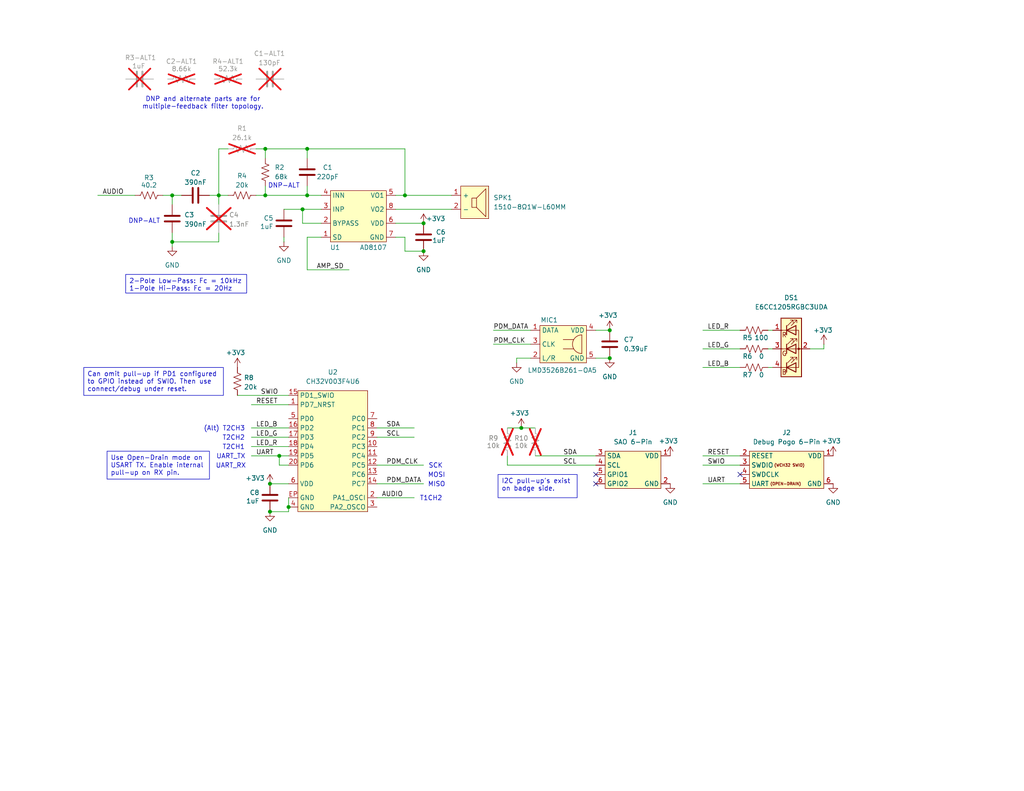
<source format=kicad_sch>
(kicad_sch (version 20250114) (generator "eeschema") (generator_version "9.0")
  (paper "USLetter")
  (title_block (title "Noisy Cricket SAO 2026") (date "2026-02-15"))
  (lib_symbols
    (symbol "Device:C" (pin_numbers (hide yes)) (pin_names (offset 0.254))
      (property "Reference" "C" (at 0.635 2.54 0))
      (property "Value" "C" (at 0.635 -2.54 0))
      (symbol "C_0_1"
        (polyline (pts (xy -2.032 0.762) (xy 2.032 0.762)) (stroke (width 0.508)))
        (polyline (pts (xy -2.032 -0.762) (xy 2.032 -0.762)) (stroke (width 0.508)))
      )
      (symbol "C_1_1"
        (pin passive line (at 0 3.81 270) (length 2.794) (name "~") (number "1"))
        (pin passive line (at 0 -3.81 90) (length 2.794) (name "~") (number "2"))
      )
    )
    (symbol "Device:R_US" (pin_numbers (hide yes)) (pin_names (offset 0))
      (property "Reference" "R" (at 2.54 0 90))
      (property "Value" "R_US" (at -2.54 0 90))
      (symbol "R_US_0_1"
        (polyline (pts (xy 0 2.286) (xy 0 2.54)))
        (polyline (pts (xy 0 2.286) (xy 1.016 1.905) (xy 0 1.524) (xy -1.016 1.143) (xy 0 0.762)))
        (polyline (pts (xy 0 0.762) (xy 1.016 0.381) (xy 0 0) (xy -1.016 -0.381) (xy 0 -0.762)))
        (polyline (pts (xy 0 -0.762) (xy 1.016 -1.143) (xy 0 -1.524) (xy -1.016 -1.905) (xy 0 -2.286)))
        (polyline (pts (xy 0 -2.286) (xy 0 -2.54)))
      )
      (symbol "R_US_1_1"
        (pin passive line (at 0 3.81 270) (length 1.27) (name "~") (number "1"))
        (pin passive line (at 0 -3.81 90) (length 1.27) (name "~") (number "2"))
      )
    )
    (symbol "noisy_cricket_sao:1510-8Ω1W-L60MM"
      (property "Reference" "SPK" (at -2.032 4.826 0))
      (property "Value" "1510-8Ω1W-L60MM" (at 1.016 -6.604 0))
      (symbol "1510-8Ω1W-L60MM_0_1"
        (polyline (pts (xy 0.4785 0.5244) (xy 3.0185 3.0644) (xy 3.0185 -4.5556) (xy 0.4785 -2.0156)))
        (polyline (pts (xy 0.4785 0.5244) (xy -0.7915 0.5244) (xy -0.7915 -2.0156) (xy 0.4785 -2.0156) (xy 0.4785 0.5244)))
      )
      (symbol "1510-8Ω1W-L60MM_1_1"
        (rectangle (start -3.81 3.81) (end 3.81 -5.08) (fill (type color) (color 255 255 194 1)))
        (pin input line (at -6.35 1.27 0) (length 2.54) (name "+") (number "1"))
        (pin input line (at -6.35 -2.54 0) (length 2.54) (name "-") (number "2"))
      )
    )
    (symbol "noisy_cricket_sao:AD8107"
      (property "Reference" "U" (at 5.588 7.366 0))
      (property "Value" "AD8107" (at -3.81 7.366 0))
      (symbol "AD8107_1_1"
        (rectangle (start -7.62 6.35) (end 7.62 -7.62) (fill (type color) (color 255 255 194 1)))
        (pin input line (at -10.16 5.08 0) (length 2.54) (name "INN") (number "4"))
        (pin passive line (at -10.16 1.27 0) (length 2.54) (name "INP") (number "3"))
        (pin passive line (at -10.16 -2.54 0) (length 2.54) (name "BYPASS") (number "2"))
        (pin input line (at -10.16 -6.35 0) (length 2.54) (name "SD") (number "1"))
        (pin output line (at 10.16 5.08 180) (length 2.54) (name "VO1") (number "5"))
        (pin output line (at 10.16 1.27 180) (length 2.54) (name "VO2") (number "8"))
        (pin power_in line (at 10.16 -2.54 180) (length 2.54) (name "VDD") (number "6"))
        (pin power_in line (at 10.16 -6.35 180) (length 2.54) (name "GND") (number "7"))
      )
    )
    (symbol "noisy_cricket_sao:CH32V003F4U6"
      (property "Reference" "U" (at -9.144 16.256 0))
      (property "Value" "CH32V003F4U6" (at -0.508 -19.304 0))
      (symbol "CH32V003F4U6_1_1"
        (rectangle (start -10.16 15.24) (end 8.89 -17.78) (fill (type color) (color 255 255 194 1)))
        (pin passive line (at -12.7 13.97 0) (length 2.54) (name "PD1_SWIO") (number "15"))
        (pin passive line (at -12.7 11.43 0) (length 2.54) (name "PD7_NRST") (number "1"))
        (pin passive line (at -12.7 7.62 0) (length 2.54) (name "PD0") (number "5"))
        (pin passive line (at -12.7 5.08 0) (length 2.54) (name "PD2") (number "16"))
        (pin passive line (at -12.7 2.54 0) (length 2.54) (name "PD3") (number "17"))
        (pin passive line (at -12.7 0 0) (length 2.54) (name "PD4") (number "18"))
        (pin passive line (at -12.7 -2.54 0) (length 2.54) (name "PD5") (number "19"))
        (pin passive line (at -12.7 -5.08 0) (length 2.54) (name "PD6") (number "20"))
        (pin power_in line (at -12.7 -10.16 0) (length 2.54) (name "VDD") (number "6"))
        (pin power_in line (at -12.7 -13.97 0) (length 2.54) (name "GND") (number "EP"))
        (pin power_in line (at -12.7 -16.51 0) (length 2.54) (name "GND") (number "4"))
        (pin passive line (at 11.43 7.62 180) (length 2.54) (name "PC0") (number "7"))
        (pin passive line (at 11.43 5.08 180) (length 2.54) (name "PC1") (number "8"))
        (pin passive line (at 11.43 2.54 180) (length 2.54) (name "PC2") (number "9"))
        (pin passive line (at 11.43 0 180) (length 2.54) (name "PC3") (number "10"))
        (pin passive line (at 11.43 -2.54 180) (length 2.54) (name "PC4") (number "11"))
        (pin passive line (at 11.43 -5.08 180) (length 2.54) (name "PC5") (number "12"))
        (pin passive line (at 11.43 -7.62 180) (length 2.54) (name "PC6") (number "13"))
        (pin passive line (at 11.43 -10.16 180) (length 2.54) (name "PC7") (number "14"))
        (pin passive line (at 11.43 -13.97 180) (length 2.54) (name "PA1_OSCI") (number "2"))
        (pin passive line (at 11.43 -16.51 180) (length 2.54) (name "PA2_OSCO") (number "3"))
      )
    )
    (symbol "noisy_cricket_sao:Debug Pogo 6-Pin"
      (property "Reference" "J" (at -9.144 6.096 0))
      (property "Value" "Debug Pogo 6-Pin" (at 0 -6.35 0))
      (symbol "Debug Pogo 6-Pin_1_1"
        (rectangle (start -10.16 5.08) (end 10.16 -5.08) (fill (type color) (color 255 255 194 1)))
        (text "(OPEN-DRAIN)" (at -0.254 -3.81 0) (effects (font (size 0.762 0.762))))
        (text "(WCH32 SWIO)" (at 0.762 1.27 0) (effects (font (size 0.762 0.762))))
        (pin passive line (at -12.7 3.81 0) (length 2.54) (name "RESET") (number "2"))
        (pin passive line (at -12.7 1.27 0) (length 2.54) (name "SWDIO") (number "3"))
        (pin passive line (at -12.7 -1.27 0) (length 2.54) (name "SWDCLK") (number "4"))
        (pin passive line (at -12.7 -3.81 0) (length 2.54) (name "UART") (number "5"))
        (pin power_in line (at 12.7 3.81 180) (length 2.54) (name "VDD") (number "1"))
        (pin power_in line (at 12.7 -3.81 180) (length 2.54) (name "GND") (number "6"))
      )
    )
    (symbol "noisy_cricket_sao:E6CC1205RGBC3UDA" (pin_names (hide yes))
      (property "Reference" "DS" (at -0.254 9.652 0))
      (property "Value" "E6CC1205RGBC3UDA" (at 0 -9.398 0))
      (symbol "E6CC1205RGBC3UDA_0_0"
        (text "R" (at -1.905 3.81 0) (effects (font (size 1.27 1.27))))
        (text "G" (at -1.905 -1.27 0) (effects (font (size 1.27 1.27))))
        (text "B" (at -1.905 -6.35 0) (effects (font (size 1.27 1.27))))
      )
      (symbol "E6CC1205RGBC3UDA_0_1"
        (rectangle (start -2.794 8.382) (end 2.794 -7.62) (stroke (width 0.254)) (fill (type background)))
        (polyline (pts (xy -2.54 -5.08) (xy 1.27 -5.08)))
        (polyline (pts (xy -1.27 6.35) (xy -1.27 3.81)) (stroke (width 0.254)))
        (polyline (pts (xy -1.27 1.27) (xy -1.27 -1.27)) (stroke (width 0.254)))
        (polyline (pts (xy -1.27 -3.81) (xy -1.27 -6.35)) (stroke (width 0.254)))
        (polyline (pts (xy -1.016 6.35) (xy 0.508 7.874) (xy -0.254 7.874) (xy 0.508 7.874) (xy 0.508 7.112)))
        (polyline (pts (xy -1.016 1.27) (xy 0.508 2.794) (xy -0.254 2.794) (xy 0.508 2.794) (xy 0.508 2.032)))
        (polyline (pts (xy -1.016 -3.81) (xy 0.508 -2.286) (xy -0.254 -2.286) (xy 0.508 -2.286) (xy 0.508 -3.048)))
        (polyline (pts (xy 0 6.35) (xy 1.524 7.874) (xy 0.762 7.874) (xy 1.524 7.874) (xy 1.524 7.112)))
        (polyline (pts (xy 0 1.27) (xy 1.524 2.794) (xy 0.762 2.794) (xy 1.524 2.794) (xy 1.524 2.032)))
        (polyline (pts (xy 0 -3.81) (xy 1.524 -2.286) (xy 0.762 -2.286) (xy 1.524 -2.286) (xy 1.524 -3.048)))
        (polyline (pts (xy 1.27 6.35) (xy 1.27 3.81) (xy -1.27 5.08) (xy 1.27 6.35)) (stroke (width 0.254)))
        (rectangle (start 1.27 6.35) (end 1.27 6.35))
        (polyline (pts (xy 1.27 5.08) (xy -2.54 5.08)))
        (polyline (pts (xy 1.27 1.27) (xy 1.27 -1.27) (xy -1.27 0) (xy 1.27 1.27)) (stroke (width 0.254)))
        (polyline (pts (xy 1.27 -3.81) (xy 1.27 -6.35) (xy -1.27 -5.08) (xy 1.27 -3.81)) (stroke (width 0.254)))
        (polyline (pts (xy 1.27 -5.08) (xy 2.032 -5.08) (xy 2.032 5.08) (xy 1.27 5.08)))
        (circle (center 2.032 0) (radius 0.254) (fill (type outline)))
        (polyline (pts (xy 2.54 0) (xy -2.54 0)))
      )
      (symbol "E6CC1205RGBC3UDA_1_1"
        (pin passive line (at -5.08 5.08 0) (length 2.54) (name "RK") (number "1"))
        (pin passive line (at -5.08 0 0) (length 2.54) (name "GK") (number "3"))
        (pin passive line (at -5.08 -5.08 0) (length 2.54) (name "BK") (number "4"))
        (pin passive line (at 5.08 0 180) (length 2.54) (name "A") (number "2"))
      )
    )
    (symbol "noisy_cricket_sao:LMD3526B261-OA5"
      (property "Reference" "MIC" (at 0.254 8.89 0))
      (property "Value" "LMD3526B261-OA5" (at 0.254 6.858 0))
      (symbol "LMD3526B261-OA5_0_1"
        (polyline (pts (xy 2.8727 1.2705) (xy 0 1.27)))
        (polyline (pts (xy 2.8727 -1.2699) (xy 0 -1.27)))
        (arc (start 5.08 -2.54) (mid 2.54 0) (end 5.08 2.54))
        (polyline (pts (xy 5.08 -2.54) (xy 5.08 2.54)))
      )
      (symbol "LMD3526B261-OA5_1_1"
        (rectangle (start -6.35 5.08) (end 6.35 -5.08) (fill (type color) (color 255 255 194 1)))
        (pin passive line (at -8.89 3.81 0) (length 2.54) (name "DATA") (number "1"))
        (pin input line (at -8.89 0 0) (length 2.54) (name "CLK") (number "3"))
        (pin input line (at -8.89 -3.81 0) (length 2.54) (name "L/R") (number "2"))
        (pin power_in line (at 8.89 3.81 180) (length 2.54) (name "VDD") (number "4"))
        (pin power_in line (at 8.89 -3.81 180) (length 2.54) (name "GND") (number "5"))
      )
    )
    (symbol "noisy_cricket_sao:SAO_6-Pin"
      (property "Reference" "J" (at 0.762 -1.524 0))
      (property "Value" "SAO 6-Pin" (at 5.334 -13.97 0))
      (symbol "SAO_6-Pin_1_1"
        (rectangle (start 0 -2.54) (end 15.24 -12.7) (fill (type color) (color 255 255 194 1)))
        (pin passive line (at -2.54 -3.81 0) (length 2.54) (name "SDA") (number "3"))
        (pin passive line (at -2.54 -6.35 0) (length 2.54) (name "SCL") (number "4"))
        (pin passive line (at -2.54 -8.89 0) (length 2.54) (name "GPIO1") (number "5"))
        (pin passive line (at -2.54 -11.43 0) (length 2.54) (name "GPIO2") (number "6"))
        (pin power_out line (at 17.78 -3.81 180) (length 2.54) (name "VDD") (number "1"))
        (pin power_out line (at 17.78 -11.43 180) (length 2.54) (name "GND") (number "2"))
      )
    )
    (symbol "power:+3V3" (power) (pin_numbers (hide yes)) (pin_names (offset 0) (hide yes))
      (property "Value" "+3V3" (at 0 3.556 0))
      (symbol "+3V3_0_1"
        (polyline (pts (xy -0.762 1.27) (xy 0 2.54)))
        (polyline (pts (xy 0 2.54) (xy 0.762 1.27)))
        (polyline (pts (xy 0 0) (xy 0 2.54)))
      )
      (symbol "+3V3_1_1"
        (pin power_in line (at 0 0 90) (length 0) (name "~") (number "1"))
      )
    )
    (symbol "power:GND" (power) (pin_numbers (hide yes)) (pin_names (offset 0) (hide yes))
      (property "Value" "GND" (at 0 -3.81 0))
      (symbol "GND_0_1"
        (polyline (pts (xy 0 0) (xy 0 -1.27) (xy 1.27 -1.27) (xy 0 -2.54) (xy -1.27 -1.27) (xy 0 -1.27)))
      )
      (symbol "GND_1_1"
        (pin power_in line (at 0 0 270) (length 0) (name "~") (number "1"))
      )
    )
  )
  (text "T2CH2" (at 63.754 119.634 0) (effects (font (size 1.27 1.27))))
  (text "MOSI" (at 119.126 129.794 0) (effects (font (size 1.27 1.27))))
  (text "DNP and alternate parts are for\nmultiple-feedback filter topology." (at 55.372 28.194 0) (effects (font (size 1.27 1.27))))
  (text "T2CH1" (at 63.754 122.174 0) (effects (font (size 1.27 1.27))))
  (text "MISO" (at 119.126 132.334 0) (effects (font (size 1.27 1.27))))
  (text "DNP-ALT" (at 77.47 50.8 0) (effects (font (size 1.27 1.27))))
  (text "(Alt) T2CH3" (at 61.214 117.094 0) (effects (font (size 1.27 1.27))))
  (text "UART_RX" (at 62.992 127.254 0) (effects (font (size 1.27 1.27))))
  (text "UART_TX" (at 62.992 124.714 0) (effects (font (size 1.27 1.27))))
  (text "T1CH2" (at 117.602 136.144 0) (effects (font (size 1.27 1.27))))
  (text "SCK" (at 118.872 127.254 0) (effects (font (size 1.27 1.27))))
  (text "DNP-ALT" (at 39.37 60.452 0) (effects (font (size 1.27 1.27))))
  (text_box "2-Pole Low-Pass: Fc = 10kHz\n1-Pole Hi-Pass: Fc = 20Hz" (at 34.29 74.93 0) (size 33.02 5.08) (margins 0.9525 0.9525 0.9525 0.9525) (effects (font (size 1.27 1.27)) (justify left top)))
  (text_box "I2C pull-up's exist\non badge side." (at 135.89 129.54 0) (size 21.59 6.35) (margins 0.9525 0.9525 0.9525 0.9525) (effects (font (size 1.27 1.27)) (justify left top)))
  (text_box "Use Open-Drain mode on\nUSART TX. Enable internal\npull-up on RX pin." (at 29.21 123.19 0) (size 27.94 7.62) (margins 0.9525 0.9525 0.9525 0.9525) (effects (font (size 1.27 1.27)) (justify left top)))
  (text_box "Can omit pull-up if PD1 configured\nto GPIO instead of SWIO. Then use\nconnect/debug under reset." (at 22.86 100.33 0) (size 38.1 7.62) (margins 0.9525 0.9525 0.9525 0.9525) (effects (font (size 1.27 1.27)) (justify left top)))
  (junction (at 166.37 97.79))
  (junction (at 76.2 124.46))
  (junction (at 73.66 132.08))
  (junction (at 115.57 60.96))
  (junction (at 83.82 53.34))
  (junction (at 72.39 40.64))
  (junction (at 46.99 66.04))
  (junction (at 46.99 53.34))
  (junction (at 166.37 90.17))
  (junction (at 72.39 53.34))
  (junction (at 82.55 57.15))
  (junction (at 59.69 53.34))
  (junction (at 110.49 53.34))
  (junction (at 115.57 68.58))
  (junction (at 73.66 139.7))
  (junction (at 142.24 116.84))
  (junction (at 78.74 138.43))
  (junction (at 83.82 40.64))
  (no_connect (at 162.56 132.08))
  (no_connect (at 162.56 129.54))
  (no_connect (at 201.93 129.54))
  (wire (pts (xy 46.99 63.5) (xy 46.99 66.04)))
  (wire (pts (xy 59.69 53.34) (xy 59.69 40.64)))
  (wire (pts (xy 110.49 64.77) (xy 110.49 68.58)))
  (wire (pts (xy 209.55 100.33) (xy 210.82 100.33)))
  (wire (pts (xy 191.77 127) (xy 201.93 127)))
  (wire (pts (xy 83.82 40.64) (xy 83.82 43.18)))
  (wire (pts (xy 77.47 57.15) (xy 82.55 57.15)))
  (wire (pts (xy 110.49 68.58) (xy 115.57 68.58)))
  (wire (pts (xy 78.74 135.89) (xy 78.74 138.43)))
  (wire (pts (xy 46.99 53.34) (xy 49.53 53.34)))
  (wire (pts (xy 57.15 53.34) (xy 59.69 53.34)))
  (wire (pts (xy 102.87 119.38) (xy 113.03 119.38)))
  (wire (pts (xy 72.39 53.34) (xy 83.82 53.34)))
  (wire (pts (xy 46.99 67.31) (xy 46.99 66.04)))
  (wire (pts (xy 64.77 107.95) (xy 78.74 107.95)))
  (wire (pts (xy 209.55 90.17) (xy 210.82 90.17)))
  (wire (pts (xy 76.2 124.46) (xy 78.74 124.46)))
  (wire (pts (xy 102.87 116.84) (xy 113.03 116.84)))
  (wire (pts (xy 59.69 66.04) (xy 59.69 63.5)))
  (wire (pts (xy 102.87 127) (xy 115.57 127)))
  (wire (pts (xy 134.62 90.17) (xy 144.78 90.17)))
  (wire (pts (xy 162.56 97.79) (xy 166.37 97.79)))
  (wire (pts (xy 59.69 53.34) (xy 59.69 55.88)))
  (wire (pts (xy 72.39 50.8) (xy 72.39 53.34)))
  (wire (pts (xy 107.95 53.34) (xy 110.49 53.34)))
  (wire (pts (xy 68.58 110.49) (xy 78.74 110.49)))
  (wire (pts (xy 68.58 116.84) (xy 78.74 116.84)))
  (wire (pts (xy 73.66 139.7) (xy 78.74 139.7)))
  (wire (pts (xy 224.79 93.98) (xy 224.79 95.25)))
  (wire (pts (xy 209.55 95.25) (xy 210.82 95.25)))
  (wire (pts (xy 72.39 40.64) (xy 72.39 43.18)))
  (wire (pts (xy 46.99 66.04) (xy 59.69 66.04)))
  (wire (pts (xy 144.78 97.79) (xy 140.97 97.79)))
  (wire (pts (xy 138.43 116.84) (xy 142.24 116.84)))
  (wire (pts (xy 83.82 73.66) (xy 83.82 64.77)))
  (wire (pts (xy 82.55 57.15) (xy 82.55 60.96)))
  (wire (pts (xy 110.49 40.64) (xy 110.49 53.34)))
  (wire (pts (xy 83.82 53.34) (xy 87.63 53.34)))
  (wire (pts (xy 68.58 119.38) (xy 78.74 119.38)))
  (wire (pts (xy 69.85 53.34) (xy 72.39 53.34)))
  (wire (pts (xy 69.85 40.64) (xy 72.39 40.64)))
  (wire (pts (xy 83.82 73.66) (xy 95.25 73.66)))
  (wire (pts (xy 59.69 53.34) (xy 62.23 53.34)))
  (wire (pts (xy 191.77 100.33) (xy 201.93 100.33)))
  (wire (pts (xy 191.77 95.25) (xy 201.93 95.25)))
  (wire (pts (xy 46.99 53.34) (xy 46.99 55.88)))
  (wire (pts (xy 191.77 132.08) (xy 201.93 132.08)))
  (wire (pts (xy 26.67 53.34) (xy 36.83 53.34)))
  (wire (pts (xy 107.95 64.77) (xy 110.49 64.77)))
  (wire (pts (xy 68.58 121.92) (xy 78.74 121.92)))
  (wire (pts (xy 68.58 124.46) (xy 76.2 124.46)))
  (wire (pts (xy 191.77 90.17) (xy 201.93 90.17)))
  (wire (pts (xy 73.66 132.08) (xy 78.74 132.08)))
  (wire (pts (xy 78.74 139.7) (xy 78.74 138.43)))
  (wire (pts (xy 78.74 127) (xy 76.2 127)))
  (wire (pts (xy 44.45 53.34) (xy 46.99 53.34)))
  (wire (pts (xy 77.47 64.77) (xy 77.47 66.04)))
  (wire (pts (xy 162.56 90.17) (xy 166.37 90.17)))
  (wire (pts (xy 59.69 40.64) (xy 62.23 40.64)))
  (wire (pts (xy 102.87 132.08) (xy 115.57 132.08)))
  (wire (pts (xy 83.82 50.8) (xy 83.82 53.34)))
  (wire (pts (xy 87.63 57.15) (xy 82.55 57.15)))
  (wire (pts (xy 142.24 116.84) (xy 146.05 116.84)))
  (wire (pts (xy 82.55 60.96) (xy 87.63 60.96)))
  (wire (pts (xy 140.97 97.79) (xy 140.97 99.06)))
  (wire (pts (xy 134.62 93.98) (xy 144.78 93.98)))
  (wire (pts (xy 107.95 57.15) (xy 123.19 57.15)))
  (wire (pts (xy 138.43 127) (xy 162.56 127)))
  (wire (pts (xy 102.87 135.89) (xy 113.03 135.89)))
  (wire (pts (xy 107.95 60.96) (xy 115.57 60.96)))
  (wire (pts (xy 76.2 127) (xy 76.2 124.46)))
  (wire (pts (xy 83.82 64.77) (xy 87.63 64.77)))
  (wire (pts (xy 138.43 127) (xy 138.43 124.46)))
  (wire (pts (xy 72.39 40.64) (xy 83.82 40.64)))
  (wire (pts (xy 224.79 95.25) (xy 220.98 95.25)))
  (wire (pts (xy 191.77 124.46) (xy 201.93 124.46)))
  (wire (pts (xy 110.49 53.34) (xy 123.19 53.34)))
  (wire (pts (xy 146.05 124.46) (xy 162.56 124.46)))
  (wire (pts (xy 83.82 40.64) (xy 110.49 40.64)))
  (label "SCL" (at 105.41 119.38 0))
  (label "SDA" (at 105.41 116.84 0))
  (label "PDM_DATA" (at 134.62 90.17 0))
  (label "SWIO" (at 71.12 107.95 0))
  (label "LED_G" (at 69.85 119.38 0))
  (label "LED_B" (at 193.04 100.33 0))
  (label "LED_B" (at 69.85 116.84 0))
  (label "SWIO" (at 193.04 127 0))
  (label "AUDIO" (at 27.94 53.34 0))
  (label "AUDIO" (at 104.14 135.89 0))
  (label "RESET" (at 69.85 110.49 0))
  (label "LED_R" (at 69.85 121.92 0))
  (label "RESET" (at 193.04 124.46 0))
  (label "SDA" (at 153.67 124.46 0))
  (label "PDM_CLK" (at 105.41 127 0))
  (label "SCL" (at 153.67 127 0))
  (label "LED_G" (at 193.04 95.25 0))
  (label "LED_R" (at 193.04 90.17 0))
  (label "UART" (at 193.04 132.08 0))
  (label "PDM_CLK" (at 134.62 93.98 0))
  (label "AMP_SD" (at 86.36 73.66 0))
  (label "UART" (at 69.85 124.46 0))
  (label "PDM_DATA" (at 105.41 132.08 0))
  (symbol (lib_id "Device:R_US") (at 205.74 100.33 90) (unit 1)
    (property "Reference" "R7" (at 203.962 102.362 90))
    (property "Value" "0" (at 207.772 102.362 90))
    (property "Footprint" "Resistor_SMD:R_0402_1005Metric" (effects (hide yes)))
    (property "Description" "Resistor, US symbol" (effects (hide yes)))
  )
  (symbol (lib_id "power:GND") (at 77.47 66.04 0) (unit 1)
    (property "Reference" "#PWR02" (effects (hide yes)))
    (property "Value" "GND" (at 77.47 71.12 0))
    (property "Description" "Power symbol creates a global label with name \"GND\" , ground" (effects (hide yes)))
  )
  (symbol (lib_id "power:GND") (at 73.66 139.7 0) (unit 1)
    (property "Reference" "#PWR016" (effects (hide yes)))
    (property "Value" "GND" (at 73.66 144.78 0))
    (property "Description" "Power symbol creates a global label with name \"GND\" , ground" (effects (hide yes)))
  )
  (symbol (lib_id "power:+3V3") (at 115.57 60.96 0) (unit 1)
    (property "Reference" "#PWR01" (effects (hide yes)))
    (property "Value" "+3V3" (at 118.872 59.69 0))
    (property "Description" "Power symbol creates a global label with name \"+3V3\"" (effects (hide yes)))
  )
  (symbol (lib_id "power:+3V3") (at 227.33 124.46 0) (unit 1)
    (property "Reference" "#PWR012" (effects (hide yes)))
    (property "Value" "+3V3" (at 226.822 120.396 0))
    (property "Description" "Power symbol creates a global label with name \"+3V3\"" (effects (hide yes)))
  )
  (symbol (lib_id "noisy_cricket_sao:LMD3526B261-OA5") (at 153.67 93.98 0) (unit 1)
    (property "Reference" "MIC1" (at 149.86 87.376 0))
    (property "Value" "LMD3526B261-OA5" (at 153.416 101.092 0))
    (property "Footprint" "noisy_cricket_sao:LMD3526B261-OA5" (effects (hide yes)))
    (property "Datasheet" "https://www.lcsc.com/datasheet/C47148414.pdf" (effects (hide yes)))
    (property "Description" "Omnidirectional -26dB 61dB SMD-5P,3.5x2.7mm Microphone RoHS" (effects (hide yes)))
  )
  (symbol (lib_id "Device:R_US") (at 72.39 46.99 180) (unit 1)
    (property "Reference" "R2" (at 74.93 45.7199 0) (effects (justify right)))
    (property "Value" "68k" (at 74.93 48.2599 0) (effects (justify right)))
    (property "Footprint" "Resistor_SMD:R_0402_1005Metric" (effects (hide yes)))
    (property "Description" "Resistor, US symbol" (effects (hide yes)))
  )
  (symbol (lib_id "Device:R_US") (at 62.23 21.59 90) (unit 1) (on_board no) (dnp yes)
    (property "Reference" "R4-ALT1" (at 62.23 16.764 90))
    (property "Value" "52.3k" (at 62.23 18.796 90))
    (property "Footprint" "Resistor_SMD:R_0402_1005Metric" (effects (hide yes)))
    (property "Description" "Resistor, US symbol" (effects (hide yes)))
  )
  (symbol (lib_id "Device:C") (at 59.69 59.69 0) (unit 1) (dnp yes)
    (property "Reference" "C4" (at 62.484 58.674 0) (effects (justify left)))
    (property "Value" "1.3nF" (at 62.484 61.214 0) (effects (justify left)))
    (property "Footprint" "Capacitor_SMD:C_0402_1005Metric" (effects (hide yes)))
    (property "Description" "Unpolarized capacitor" (effects (hide yes)))
  )
  (symbol (lib_id "noisy_cricket_sao:AD8107") (at 97.79 58.42 0) (unit 1)
    (property "Reference" "U1" (at 91.44 67.564 0))
    (property "Value" "AD8107" (at 101.854 67.564 0))
    (property "Footprint" "noisy_cricket_sao:AD8107" (effects (hide yes)))
    (property "Datasheet" "https://www.lcsc.com/datasheet/C5125077.pdf" (effects (hide yes)))
    (property "Description" "1-Channel Class AB DFN-8L(2x2) Audio Amplifiers RoHS" (effects (hide yes)))
  )
  (symbol (lib_id "power:GND") (at 46.99 67.31 0) (unit 1)
    (property "Reference" "#PWR03" (effects (hide yes)))
    (property "Value" "GND" (at 46.99 72.39 0))
    (property "Description" "Power symbol creates a global label with name \"GND\" , ground" (effects (hide yes)))
  )
  (symbol (lib_id "power:+3V3") (at 224.79 93.98 0) (unit 1)
    (property "Reference" "#PWR06" (effects (hide yes)))
    (property "Value" "+3V3" (at 224.536 90.17 0))
    (property "Description" "Power symbol creates a global label with name \"+3V3\"" (effects (hide yes)))
  )
  (symbol (lib_id "power:+3V3") (at 182.88 124.46 0) (unit 1)
    (property "Reference" "#PWR011" (effects (hide yes)))
    (property "Value" "+3V3" (at 182.372 120.396 0))
    (property "Description" "Power symbol creates a global label with name \"+3V3\"" (effects (hide yes)))
  )
  (symbol (lib_id "Device:R_US") (at 40.64 53.34 90) (unit 1)
    (property "Reference" "R3" (at 40.64 48.514 90))
    (property "Value" "40.2" (at 40.64 50.546 90))
    (property "Footprint" "Resistor_SMD:R_0402_1005Metric" (effects (hide yes)))
    (property "Description" "Resistor, US symbol" (effects (hide yes)))
  )
  (symbol (lib_id "Device:R_US") (at 205.74 95.25 90) (unit 1)
    (property "Reference" "R6" (at 203.962 97.282 90))
    (property "Value" "0" (at 207.772 97.282 90))
    (property "Footprint" "Resistor_SMD:R_0402_1005Metric" (effects (hide yes)))
    (property "Description" "Resistor, US symbol" (effects (hide yes)))
  )
  (symbol (lib_id "noisy_cricket_sao:E6CC1205RGBC3UDA") (at 215.9 95.25 0) (unit 1)
    (property "Reference" "DS1" (at 215.9 81.28 0))
    (property "Value" "E6CC1205RGBC3UDA" (at 215.9 83.82 0))
    (property "Footprint" "noisy_cricket_sao:E6CC1205RGBC3UDA" (effects (hide yes)))
    (property "Datasheet" "https://www.lcsc.com/datasheet/C2802677.pdf" (effects (hide yes)))
    (property "Description" "3.2x1.3x1.1mm 120° SMD Reverse Mount RGB LED" (effects (hide yes)))
  )
  (symbol (lib_id "noisy_cricket_sao:Debug Pogo 6-Pin") (at 214.63 128.27 0) (unit 1)
    (property "Reference" "J2" (at 214.63 118.11 0))
    (property "Value" "Debug Pogo 6-Pin" (at 214.63 120.65 0))
    (property "Footprint" "noisy_cricket_sao:Debug Pogo 6-Pin" (effects (hide yes)))
  )
  (symbol (lib_id "power:GND") (at 115.57 68.58 0) (unit 1)
    (property "Reference" "#PWR04" (effects (hide yes)))
    (property "Value" "GND" (at 115.57 73.66 0))
    (property "Description" "Power symbol creates a global label with name \"GND\" , ground" (effects (hide yes)))
  )
  (symbol (lib_id "power:GND") (at 166.37 97.79 0) (unit 1)
    (property "Reference" "#PWR07" (effects (hide yes)))
    (property "Value" "GND" (at 166.37 102.87 0))
    (property "Description" "Power symbol creates a global label with name \"GND\" , ground" (effects (hide yes)))
  )
  (symbol (lib_id "Device:C") (at 38.1 21.59 90) (unit 1) (on_board no) (dnp yes)
    (property "Reference" "R3-ALT1" (at 38.354 15.748 90))
    (property "Value" "1uF" (at 37.846 18.034 90))
    (property "Footprint" "Capacitor_SMD:C_0402_1005Metric" (effects (hide yes)))
    (property "Description" "Unpolarized capacitor" (effects (hide yes)))
  )
  (symbol (lib_id "Device:R_US") (at 66.04 53.34 90) (unit 1)
    (property "Reference" "R4" (at 66.04 48.006 90))
    (property "Value" "20k" (at 66.04 50.546 90))
    (property "Footprint" "Resistor_SMD:R_0402_1005Metric" (effects (hide yes)))
    (property "Description" "Resistor, US symbol" (effects (hide yes)))
  )
  (symbol (lib_id "power:+3V3") (at 166.37 90.17 0) (unit 1)
    (property "Reference" "#PWR05" (effects (hide yes)))
    (property "Value" "+3V3" (at 165.862 86.106 0))
    (property "Description" "Power symbol creates a global label with name \"+3V3\"" (effects (hide yes)))
  )
  (symbol (lib_id "Device:C") (at 115.57 64.77 0) (unit 1)
    (property "Reference" "C6" (at 120.269 63.373 0))
    (property "Value" "1uF" (at 119.761 65.659 0))
    (property "Footprint" "Capacitor_SMD:C_0402_1005Metric" (effects (hide yes)))
    (property "Description" "Unpolarized capacitor" (effects (hide yes)))
  )
  (symbol (lib_id "Device:C") (at 77.47 60.96 180) (unit 1)
    (property "Reference" "C5" (at 73.279 59.563 0))
    (property "Value" "1uF" (at 72.771 61.849 0))
    (property "Footprint" "Capacitor_SMD:C_0402_1005Metric" (effects (hide yes)))
    (property "Description" "Unpolarized capacitor" (effects (hide yes)))
  )
  (symbol (lib_id "Device:R_US") (at 49.53 21.59 90) (unit 1) (on_board no) (dnp yes)
    (property "Reference" "C2-ALT1" (at 49.53 16.764 90))
    (property "Value" "8.66k" (at 49.53 18.796 90))
    (property "Footprint" "Resistor_SMD:R_0402_1005Metric" (effects (hide yes)))
    (property "Description" "Resistor, US symbol" (effects (hide yes)))
  )
  (symbol (lib_id "power:GND") (at 140.97 99.06 0) (unit 1)
    (property "Reference" "#PWR08" (effects (hide yes)))
    (property "Value" "GND" (at 140.97 104.14 0))
    (property "Description" "Power symbol creates a global label with name \"GND\" , ground" (effects (hide yes)))
  )
  (symbol (lib_id "Device:C") (at 73.66 21.59 90) (unit 1) (on_board no) (dnp yes)
    (property "Reference" "C1-ALT1" (at 73.533 14.605 90))
    (property "Value" "130pF" (at 73.533 17.145 90))
    (property "Footprint" "Capacitor_SMD:C_0402_1005Metric" (effects (hide yes)))
    (property "Description" "Unpolarized capacitor" (effects (hide yes)))
  )
  (symbol (lib_id "Device:C") (at 46.99 59.69 0) (unit 1)
    (property "Reference" "C3" (at 50.292 58.674 0) (effects (justify left)))
    (property "Value" "390nF" (at 50.292 61.214 0) (effects (justify left)))
    (property "Footprint" "Capacitor_SMD:C_0402_1005Metric" (effects (hide yes)))
    (property "Description" "Unpolarized capacitor" (effects (hide yes)))
  )
  (symbol (lib_id "Device:R_US") (at 138.43 120.65 180) (unit 1) (in_bom no) (dnp yes)
    (property "Reference" "R9" (at 134.62 119.634 0))
    (property "Value" "10k" (at 134.62 121.666 0))
    (property "Footprint" "Resistor_SMD:R_0402_1005Metric" (effects (hide yes)))
    (property "Description" "Resistor, US symbol" (effects (hide yes)))
  )
  (symbol (lib_id "Device:R_US") (at 205.74 90.17 90) (unit 1)
    (property "Reference" "R5" (at 203.962 92.202 90))
    (property "Value" "100" (at 207.772 92.202 90))
    (property "Footprint" "Resistor_SMD:R_0402_1005Metric" (effects (hide yes)))
    (property "Description" "Resistor, US symbol" (effects (hide yes)))
  )
  (symbol (lib_id "noisy_cricket_sao:CH32V003F4U6") (at 91.44 121.92 0) (unit 1)
    (property "Reference" "U2" (at 90.805 101.6 0))
    (property "Value" "CH32V003F4U6" (at 90.805 104.14 0))
    (property "Footprint" "noisy_cricket_sao:CH32V003F4U6" (effects (hide yes)))
    (property "Datasheet" "https://www.wch-ic.com/downloads/CH32V003DS0_PDF.html" (effects (hide yes)))
    (property "Description" "QingKe V2 RISC-V Microprocessor, 48MHz 18 QFN-20(3X3) RoHS" (effects (hide yes)))
  )
  (symbol (lib_id "Device:C") (at 73.66 135.89 180) (unit 1)
    (property "Reference" "C8" (at 69.469 134.493 0))
    (property "Value" "1uF" (at 68.961 136.779 0))
    (property "Footprint" "Capacitor_SMD:C_0402_1005Metric" (effects (hide yes)))
    (property "Description" "Unpolarized capacitor" (effects (hide yes)))
  )
  (symbol (lib_id "noisy_cricket_sao:1510-8Ω1W-L60MM") (at 129.54 54.61 0) (unit 1)
    (property "Reference" "SPK1" (at 134.62 53.9749 0) (effects (justify left)))
    (property "Value" "1510-8Ω1W-L60MM" (at 134.62 56.5149 0) (effects (justify left)))
    (property "Footprint" "noisy_cricket_sao:1510-8Ω1W-L60MM" (effects (hide yes)))
    (property "Datasheet" "https://www.lcsc.com/datasheet/C49246975.pdf" (effects (hide yes)))
    (property "Description" "15x10mm 8Ω Electromagnetic 900Hz 88dB 1W Speakers RoHS" (effects (hide yes)))
  )
  (symbol (lib_id "power:+3V3") (at 142.24 116.84 0) (unit 1)
    (property "Reference" "#PWR010" (effects (hide yes)))
    (property "Value" "+3V3" (at 141.732 112.776 0))
    (property "Description" "Power symbol creates a global label with name \"+3V3\"" (effects (hide yes)))
  )
  (symbol (lib_id "Device:R_US") (at 66.04 40.64 90) (unit 1) (dnp yes)
    (property "Reference" "R1" (at 66.04 35.052 90))
    (property "Value" "26.1k" (at 66.04 37.592 90))
    (property "Footprint" "Resistor_SMD:R_0402_1005Metric" (effects (hide yes)))
    (property "Description" "Resistor, US symbol" (effects (hide yes)))
  )
  (symbol (lib_id "Device:R_US") (at 64.77 104.14 0) (unit 1)
    (property "Reference" "R8" (at 66.548 103.124 0) (effects (justify left)))
    (property "Value" "20k" (at 66.548 105.664 0) (effects (justify left)))
    (property "Footprint" "Resistor_SMD:R_0402_1005Metric" (effects (hide yes)))
    (property "Description" "Resistor, US symbol" (effects (hide yes)))
  )
  (symbol (lib_id "power:GND") (at 227.33 132.08 0) (unit 1)
    (property "Reference" "#PWR015" (effects (hide yes)))
    (property "Value" "GND" (at 227.33 137.16 0))
    (property "Description" "Power symbol creates a global label with name \"GND\" , ground" (effects (hide yes)))
  )
  (symbol (lib_id "noisy_cricket_sao:SAO_6-Pin") (at 165.1 120.65 0) (unit 1)
    (property "Reference" "J1" (at 172.72 118.11 0))
    (property "Value" "SAO 6-Pin" (at 172.72 120.65 0))
    (property "Footprint" "Connector_PinHeader_2.54mm:PinHeader_2x03_P2.54mm_Vertical_SMD" (effects (hide yes)))
    (property "Datasheet" "https://hackaday.com/2019/03/20/introducing-the-shitty-add-on-v1-69bis-standard/" (effects (hide yes)))
    (property "Description" "Hackaday SAO 6-Pin connector" (effects (hide yes)))
  )
  (symbol (lib_id "power:+3V3") (at 73.66 132.08 0) (unit 1)
    (property "Reference" "#PWR013" (effects (hide yes)))
    (property "Value" "+3V3" (at 69.596 130.556 0))
    (property "Description" "Power symbol creates a global label with name \"+3V3\"" (effects (hide yes)))
  )
  (symbol (lib_id "power:+3V3") (at 64.77 100.33 0) (unit 1)
    (property "Reference" "#PWR09" (effects (hide yes)))
    (property "Value" "+3V3" (at 64.262 96.266 0))
    (property "Description" "Power symbol creates a global label with name \"+3V3\"" (effects (hide yes)))
  )
  (symbol (lib_id "Device:C") (at 53.34 53.34 90) (unit 1)
    (property "Reference" "C2" (at 53.34 47.244 90))
    (property "Value" "390nF" (at 53.34 49.784 90))
    (property "Footprint" "Capacitor_SMD:C_0402_1005Metric" (effects (hide yes)))
    (property "Description" "Unpolarized capacitor" (effects (hide yes)))
  )
  (symbol (lib_id "power:GND") (at 182.88 132.08 0) (unit 1)
    (property "Reference" "#PWR014" (effects (hide yes)))
    (property "Value" "GND" (at 182.88 137.16 0))
    (property "Description" "Power symbol creates a global label with name \"GND\" , ground" (effects (hide yes)))
  )
  (symbol (lib_id "Device:R_US") (at 146.05 120.65 180) (unit 1) (in_bom no) (dnp yes)
    (property "Reference" "R10" (at 142.24 119.634 0))
    (property "Value" "10k" (at 142.24 121.666 0))
    (property "Footprint" "Resistor_SMD:R_0402_1005Metric" (effects (hide yes)))
    (property "Description" "Resistor, US symbol" (effects (hide yes)))
  )
  (symbol (lib_id "Device:C") (at 83.82 46.99 0) (unit 1)
    (property "Reference" "C1" (at 89.408 45.72 0))
    (property "Value" "220pF" (at 89.408 48.26 0))
    (property "Footprint" "Capacitor_SMD:C_0402_1005Metric" (effects (hide yes)))
    (property "Description" "Unpolarized capacitor" (effects (hide yes)))
  )
  (symbol (lib_id "Device:C") (at 166.37 93.98 180) (unit 1)
    (property "Reference" "C7" (at 170.18 92.7099 0) (effects (justify right)))
    (property "Value" "0.39uF" (at 170.18 95.2499 0) (effects (justify right)))
    (property "Footprint" "Capacitor_SMD:C_0402_1005Metric" (effects (hide yes)))
    (property "Description" "Unpolarized capacitor" (effects (hide yes)))
  )
)
</source>
